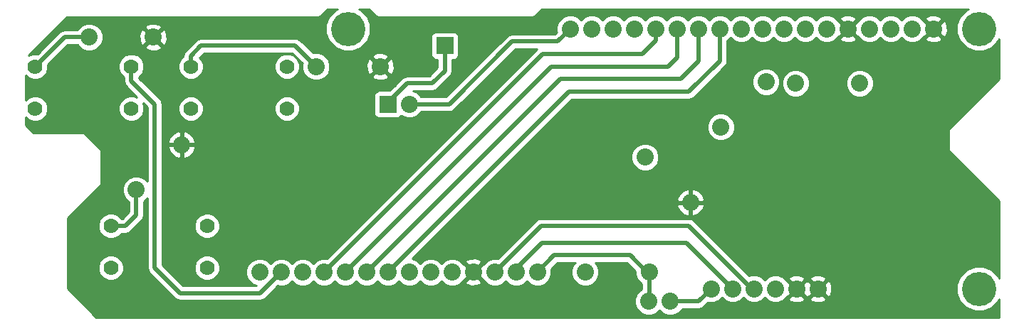
<source format=gtl>
G04 #@! TF.FileFunction,Copper,L1,Top,Signal*
%FSLAX46Y46*%
G04 Gerber Fmt 4.6, Leading zero omitted, Abs format (unit mm)*
G04 Created by KiCad (PCBNEW 4.0.2-stable) date 05/06/2017 19:11:29*
%MOMM*%
G01*
G04 APERTURE LIST*
%ADD10C,0.150000*%
%ADD11C,2.032000*%
%ADD12C,1.778000*%
%ADD13C,4.064000*%
%ADD14R,2.032000X2.032000*%
%ADD15C,0.500000*%
%ADD16C,0.254000*%
G04 APERTURE END LIST*
D10*
D11*
X124590000Y-17000000D03*
X122050000Y-17000000D03*
X119510000Y-17000000D03*
X116970000Y-17000000D03*
X114430000Y-17000000D03*
X111890000Y-17000000D03*
X109350000Y-17000000D03*
X106810000Y-17000000D03*
X104270000Y-17000000D03*
X101730000Y-17000000D03*
X99190000Y-17000000D03*
X96650000Y-17000000D03*
X94110000Y-17000000D03*
X91570000Y-17000000D03*
X89030000Y-17000000D03*
X86490000Y-17000000D03*
X83950000Y-17000000D03*
X81410000Y-17000000D03*
D12*
X36285000Y-21500000D03*
X47715000Y-21500000D03*
X36285000Y-26500000D03*
X47715000Y-26500000D03*
X17785000Y-21500000D03*
X29215000Y-21500000D03*
X17785000Y-26500000D03*
X29215000Y-26500000D03*
X26785000Y-45500000D03*
X38215000Y-45500000D03*
X26785000Y-40500000D03*
X38215000Y-40500000D03*
D11*
X90305923Y-32305923D03*
X95694077Y-37694077D03*
X104694077Y-23305923D03*
X99305923Y-28694077D03*
X115810000Y-23500000D03*
X108190000Y-23500000D03*
X58810000Y-21500000D03*
X51190000Y-21500000D03*
X31810000Y-18000000D03*
X24190000Y-18000000D03*
X35194077Y-30805923D03*
X29805923Y-36194077D03*
D13*
X55000000Y-17000000D03*
X130000000Y-17000000D03*
X130000000Y-48000000D03*
D11*
X110850000Y-48000000D03*
X108310000Y-48000000D03*
X105770000Y-48000000D03*
X103230000Y-48000000D03*
X100690000Y-48000000D03*
X98150000Y-48000000D03*
D14*
X59730000Y-26000000D03*
D11*
X62270000Y-26000000D03*
D14*
X66500000Y-19000000D03*
D11*
X77510000Y-46000000D03*
X74970000Y-46000000D03*
X72430000Y-46000000D03*
X69890000Y-46000000D03*
X67350000Y-46000000D03*
X64810000Y-46000000D03*
X62270000Y-46000000D03*
X59730000Y-46000000D03*
X57190000Y-46000000D03*
X54650000Y-46000000D03*
X52110000Y-46000000D03*
X49570000Y-46000000D03*
X47030000Y-46000000D03*
X44490000Y-46000000D03*
X83190000Y-46000000D03*
X90810000Y-46000000D03*
X90730000Y-49500000D03*
X93270000Y-49500000D03*
D15*
X91570000Y-17000000D02*
X91570000Y-18430000D01*
X78110000Y-20000000D02*
X52110000Y-46000000D01*
X90000000Y-20000000D02*
X78110000Y-20000000D01*
X91570000Y-18430000D02*
X90000000Y-20000000D01*
X94110000Y-17000000D02*
X94110000Y-20390000D01*
X79150000Y-21500000D02*
X54650000Y-46000000D01*
X93000000Y-21500000D02*
X79150000Y-21500000D01*
X94110000Y-20390000D02*
X93000000Y-21500000D01*
X96650000Y-17000000D02*
X96650000Y-20850000D01*
X80190000Y-23000000D02*
X57190000Y-46000000D01*
X94500000Y-23000000D02*
X80190000Y-23000000D01*
X96650000Y-20850000D02*
X94500000Y-23000000D01*
X99190000Y-17000000D02*
X99190000Y-20810000D01*
X81230000Y-24500000D02*
X59730000Y-46000000D01*
X95500000Y-24500000D02*
X81230000Y-24500000D01*
X99190000Y-20810000D02*
X95500000Y-24500000D01*
X29215000Y-21500000D02*
X29215000Y-23215000D01*
X44530000Y-48500000D02*
X47030000Y-46000000D01*
X35000000Y-48500000D02*
X44530000Y-48500000D01*
X32000000Y-45500000D02*
X35000000Y-48500000D01*
X32000000Y-26000000D02*
X32000000Y-45500000D01*
X29215000Y-23215000D02*
X32000000Y-26000000D01*
X62270000Y-26000000D02*
X67000000Y-26000000D01*
X79910000Y-18500000D02*
X81410000Y-17000000D01*
X74500000Y-18500000D02*
X79910000Y-18500000D01*
X67000000Y-26000000D02*
X74500000Y-18500000D01*
X93270000Y-49500000D02*
X96650000Y-49500000D01*
X96650000Y-49500000D02*
X98150000Y-48000000D01*
X90810000Y-46000000D02*
X90810000Y-49420000D01*
X90810000Y-49420000D02*
X90730000Y-49500000D01*
X90810000Y-46000000D02*
X90500000Y-46000000D01*
X79510000Y-44000000D02*
X77510000Y-46000000D01*
X88500000Y-44000000D02*
X79510000Y-44000000D01*
X90500000Y-46000000D02*
X88500000Y-44000000D01*
X74970000Y-46000000D02*
X74970000Y-45530000D01*
X95190000Y-42500000D02*
X100690000Y-48000000D01*
X78000000Y-42500000D02*
X95190000Y-42500000D01*
X74970000Y-45530000D02*
X78000000Y-42500000D01*
X103230000Y-48000000D02*
X103000000Y-48000000D01*
X77930000Y-40500000D02*
X72430000Y-46000000D01*
X95500000Y-40500000D02*
X77930000Y-40500000D01*
X103000000Y-48000000D02*
X95500000Y-40500000D01*
X59730000Y-26000000D02*
X59730000Y-25770000D01*
X66500000Y-22000000D02*
X66500000Y-19000000D01*
X65000000Y-23500000D02*
X66500000Y-22000000D01*
X62000000Y-23500000D02*
X65000000Y-23500000D01*
X59730000Y-25770000D02*
X62000000Y-23500000D01*
X29805923Y-36194077D02*
X29805923Y-39194077D01*
X28500000Y-40500000D02*
X26785000Y-40500000D01*
X29805923Y-39194077D02*
X28500000Y-40500000D01*
X36285000Y-21500000D02*
X36285000Y-20215000D01*
X48690000Y-19000000D02*
X51190000Y-21500000D01*
X37500000Y-19000000D02*
X48690000Y-19000000D01*
X36285000Y-20215000D02*
X37500000Y-19000000D01*
X24190000Y-18000000D02*
X21285000Y-18000000D01*
X21285000Y-18000000D02*
X17785000Y-21500000D01*
D16*
G36*
X132373000Y-51373000D02*
X126251816Y-51373000D01*
X126251816Y-17268358D01*
X126228014Y-16611981D01*
X126022622Y-16116120D01*
X125754107Y-16015498D01*
X125574502Y-16195103D01*
X125574502Y-15835893D01*
X125473880Y-15567378D01*
X124858358Y-15338184D01*
X124201981Y-15361986D01*
X123706120Y-15567378D01*
X123605498Y-15835893D01*
X124590000Y-16820395D01*
X125574502Y-15835893D01*
X125574502Y-16195103D01*
X124769605Y-17000000D01*
X125754107Y-17984502D01*
X126022622Y-17883880D01*
X126251816Y-17268358D01*
X126251816Y-51373000D01*
X125574502Y-51373000D01*
X125574502Y-18164107D01*
X124590000Y-17179605D01*
X124410395Y-17359210D01*
X124410395Y-17000000D01*
X123425893Y-16015498D01*
X123407083Y-16022546D01*
X122986437Y-15601166D01*
X122379845Y-15349287D01*
X121723037Y-15348714D01*
X121116005Y-15599534D01*
X120779821Y-15935132D01*
X120446437Y-15601166D01*
X119839845Y-15349287D01*
X119183037Y-15348714D01*
X118576005Y-15599534D01*
X118239821Y-15935132D01*
X117906437Y-15601166D01*
X117299845Y-15349287D01*
X116643037Y-15348714D01*
X116036005Y-15599534D01*
X115612434Y-16022366D01*
X115594107Y-16015498D01*
X115414502Y-16195103D01*
X115414502Y-15835893D01*
X115313880Y-15567378D01*
X114698358Y-15338184D01*
X114041981Y-15361986D01*
X113546120Y-15567378D01*
X113445498Y-15835893D01*
X114430000Y-16820395D01*
X115414502Y-15835893D01*
X115414502Y-16195103D01*
X114609605Y-17000000D01*
X115594107Y-17984502D01*
X115612916Y-17977453D01*
X116033563Y-18398834D01*
X116640155Y-18650713D01*
X117296963Y-18651286D01*
X117903995Y-18400466D01*
X118240178Y-18064867D01*
X118573563Y-18398834D01*
X119180155Y-18650713D01*
X119836963Y-18651286D01*
X120443995Y-18400466D01*
X120780178Y-18064867D01*
X121113563Y-18398834D01*
X121720155Y-18650713D01*
X122376963Y-18651286D01*
X122983995Y-18400466D01*
X123407565Y-17977633D01*
X123425893Y-17984502D01*
X124410395Y-17000000D01*
X124410395Y-17359210D01*
X123605498Y-18164107D01*
X123706120Y-18432622D01*
X124321642Y-18661816D01*
X124978019Y-18638014D01*
X125473880Y-18432622D01*
X125574502Y-18164107D01*
X125574502Y-51373000D01*
X117461286Y-51373000D01*
X117461286Y-23173037D01*
X117210466Y-22566005D01*
X116746437Y-22101166D01*
X116139845Y-21849287D01*
X115483037Y-21848714D01*
X115414502Y-21877032D01*
X115414502Y-18164107D01*
X114430000Y-17179605D01*
X114250395Y-17359210D01*
X114250395Y-17000000D01*
X113265893Y-16015498D01*
X113247083Y-16022546D01*
X112826437Y-15601166D01*
X112219845Y-15349287D01*
X111563037Y-15348714D01*
X110956005Y-15599534D01*
X110619821Y-15935132D01*
X110286437Y-15601166D01*
X109679845Y-15349287D01*
X109023037Y-15348714D01*
X108416005Y-15599534D01*
X108079821Y-15935132D01*
X107746437Y-15601166D01*
X107139845Y-15349287D01*
X106483037Y-15348714D01*
X105876005Y-15599534D01*
X105539821Y-15935132D01*
X105206437Y-15601166D01*
X104599845Y-15349287D01*
X103943037Y-15348714D01*
X103336005Y-15599534D01*
X102999821Y-15935132D01*
X102666437Y-15601166D01*
X102059845Y-15349287D01*
X101403037Y-15348714D01*
X100796005Y-15599534D01*
X100459821Y-15935132D01*
X100126437Y-15601166D01*
X99519845Y-15349287D01*
X98863037Y-15348714D01*
X98256005Y-15599534D01*
X97919821Y-15935132D01*
X97586437Y-15601166D01*
X96979845Y-15349287D01*
X96323037Y-15348714D01*
X95716005Y-15599534D01*
X95379821Y-15935132D01*
X95046437Y-15601166D01*
X94439845Y-15349287D01*
X93783037Y-15348714D01*
X93176005Y-15599534D01*
X92839821Y-15935132D01*
X92506437Y-15601166D01*
X91899845Y-15349287D01*
X91243037Y-15348714D01*
X90636005Y-15599534D01*
X90299821Y-15935132D01*
X89966437Y-15601166D01*
X89359845Y-15349287D01*
X88703037Y-15348714D01*
X88096005Y-15599534D01*
X87759821Y-15935132D01*
X87426437Y-15601166D01*
X86819845Y-15349287D01*
X86163037Y-15348714D01*
X85556005Y-15599534D01*
X85219821Y-15935132D01*
X84886437Y-15601166D01*
X84279845Y-15349287D01*
X83623037Y-15348714D01*
X83016005Y-15599534D01*
X82679821Y-15935132D01*
X82346437Y-15601166D01*
X81739845Y-15349287D01*
X81083037Y-15348714D01*
X80476005Y-15599534D01*
X80011166Y-16063563D01*
X79759287Y-16670155D01*
X79758714Y-17326963D01*
X79779982Y-17378437D01*
X79543420Y-17615000D01*
X74500000Y-17615000D01*
X74499999Y-17615000D01*
X74161325Y-17682367D01*
X73874210Y-17874210D01*
X73874207Y-17874213D01*
X66633420Y-25115000D01*
X63690710Y-25115000D01*
X63670466Y-25066005D01*
X63206437Y-24601166D01*
X62685851Y-24385000D01*
X64999994Y-24385000D01*
X65000000Y-24385001D01*
X65000000Y-24385000D01*
X65282484Y-24328810D01*
X65338674Y-24317633D01*
X65338675Y-24317633D01*
X65625790Y-24125790D01*
X67125786Y-22625792D01*
X67125789Y-22625790D01*
X67125790Y-22625790D01*
X67317633Y-22338675D01*
X67385000Y-22000000D01*
X67385000Y-20651110D01*
X67641755Y-20651110D01*
X67875229Y-20554641D01*
X68054013Y-20376168D01*
X68150889Y-20142864D01*
X68151110Y-19890245D01*
X68151110Y-17858245D01*
X68054641Y-17624771D01*
X67876168Y-17445987D01*
X67642864Y-17349111D01*
X67390245Y-17348890D01*
X65358245Y-17348890D01*
X65124771Y-17445359D01*
X64945987Y-17623832D01*
X64849111Y-17857136D01*
X64848890Y-18109755D01*
X64848890Y-20141755D01*
X64945359Y-20375229D01*
X65123832Y-20554013D01*
X65357136Y-20650889D01*
X65609755Y-20651110D01*
X65615000Y-20651110D01*
X65615000Y-21633420D01*
X64633420Y-22615000D01*
X62000000Y-22615000D01*
X61999999Y-22615000D01*
X61661325Y-22682367D01*
X61374210Y-22874210D01*
X61374207Y-22874213D01*
X60471816Y-23776604D01*
X60471816Y-21768358D01*
X60448014Y-21111981D01*
X60242622Y-20616120D01*
X59974107Y-20515498D01*
X59794502Y-20695103D01*
X59794502Y-20335893D01*
X59693880Y-20067378D01*
X59078358Y-19838184D01*
X58421981Y-19861986D01*
X57926120Y-20067378D01*
X57825498Y-20335893D01*
X58810000Y-21320395D01*
X59794502Y-20335893D01*
X59794502Y-20695103D01*
X58989605Y-21500000D01*
X59974107Y-22484502D01*
X60242622Y-22383880D01*
X60471816Y-21768358D01*
X60471816Y-23776604D01*
X59899530Y-24348890D01*
X59794502Y-24348890D01*
X59794502Y-22664107D01*
X58810000Y-21679605D01*
X58630395Y-21859210D01*
X58630395Y-21500000D01*
X57645893Y-20515498D01*
X57377378Y-20616120D01*
X57148184Y-21231642D01*
X57171986Y-21888019D01*
X57377378Y-22383880D01*
X57645893Y-22484502D01*
X58630395Y-21500000D01*
X58630395Y-21859210D01*
X57825498Y-22664107D01*
X57926120Y-22932622D01*
X58541642Y-23161816D01*
X59198019Y-23138014D01*
X59693880Y-22932622D01*
X59794502Y-22664107D01*
X59794502Y-24348890D01*
X58588245Y-24348890D01*
X58354771Y-24445359D01*
X58175987Y-24623832D01*
X58079111Y-24857136D01*
X58078890Y-25109755D01*
X58078890Y-27141755D01*
X58175359Y-27375229D01*
X58353832Y-27554013D01*
X58587136Y-27650889D01*
X58839755Y-27651110D01*
X60871755Y-27651110D01*
X61105229Y-27554641D01*
X61284013Y-27376168D01*
X61291922Y-27357120D01*
X61333563Y-27398834D01*
X61940155Y-27650713D01*
X62596963Y-27651286D01*
X63203995Y-27400466D01*
X63668834Y-26936437D01*
X63690192Y-26885000D01*
X66999994Y-26885000D01*
X67000000Y-26885001D01*
X67000000Y-26885000D01*
X67282484Y-26828810D01*
X67338674Y-26817633D01*
X67338675Y-26817633D01*
X67625790Y-26625790D01*
X74866579Y-19385000D01*
X77473420Y-19385000D01*
X52841286Y-44017133D01*
X52841286Y-21173037D01*
X52590466Y-20566005D01*
X52126437Y-20101166D01*
X51519845Y-19849287D01*
X50863037Y-19848714D01*
X50811562Y-19869982D01*
X49315790Y-18374210D01*
X49028675Y-18182367D01*
X48972484Y-18171189D01*
X48690000Y-18114999D01*
X48689994Y-18115000D01*
X37500000Y-18115000D01*
X37161325Y-18182367D01*
X36874210Y-18374210D01*
X36874207Y-18374213D01*
X35659210Y-19589210D01*
X35467367Y-19876325D01*
X35456189Y-19932515D01*
X35399999Y-20215000D01*
X35400000Y-20215005D01*
X35400000Y-20230075D01*
X34993770Y-20635597D01*
X34761266Y-21195528D01*
X34760737Y-21801812D01*
X34992263Y-22362148D01*
X35420597Y-22791230D01*
X35980528Y-23023734D01*
X36586812Y-23024263D01*
X37147148Y-22792737D01*
X37576230Y-22364403D01*
X37808734Y-21804472D01*
X37809263Y-21198188D01*
X37577737Y-20637852D01*
X37345934Y-20405644D01*
X37866579Y-19885000D01*
X48323420Y-19885000D01*
X49559616Y-21121195D01*
X49539287Y-21170155D01*
X49538714Y-21826963D01*
X49789534Y-22433995D01*
X50253563Y-22898834D01*
X50860155Y-23150713D01*
X51516963Y-23151286D01*
X52123995Y-22900466D01*
X52588834Y-22436437D01*
X52840713Y-21829845D01*
X52841286Y-21173037D01*
X52841286Y-44017133D01*
X52488803Y-44369616D01*
X52439845Y-44349287D01*
X51783037Y-44348714D01*
X51176005Y-44599534D01*
X50839821Y-44935132D01*
X50506437Y-44601166D01*
X49899845Y-44349287D01*
X49243037Y-44348714D01*
X49239263Y-44350273D01*
X49239263Y-26198188D01*
X49239263Y-21198188D01*
X49007737Y-20637852D01*
X48579403Y-20208770D01*
X48019472Y-19976266D01*
X47413188Y-19975737D01*
X46852852Y-20207263D01*
X46423770Y-20635597D01*
X46191266Y-21195528D01*
X46190737Y-21801812D01*
X46422263Y-22362148D01*
X46850597Y-22791230D01*
X47410528Y-23023734D01*
X48016812Y-23024263D01*
X48577148Y-22792737D01*
X49006230Y-22364403D01*
X49238734Y-21804472D01*
X49239263Y-21198188D01*
X49239263Y-26198188D01*
X49007737Y-25637852D01*
X48579403Y-25208770D01*
X48019472Y-24976266D01*
X47413188Y-24975737D01*
X46852852Y-25207263D01*
X46423770Y-25635597D01*
X46191266Y-26195528D01*
X46190737Y-26801812D01*
X46422263Y-27362148D01*
X46850597Y-27791230D01*
X47410528Y-28023734D01*
X48016812Y-28024263D01*
X48577148Y-27792737D01*
X49006230Y-27364403D01*
X49238734Y-26804472D01*
X49239263Y-26198188D01*
X49239263Y-44350273D01*
X48636005Y-44599534D01*
X48299821Y-44935132D01*
X47966437Y-44601166D01*
X47359845Y-44349287D01*
X46703037Y-44348714D01*
X46096005Y-44599534D01*
X45759821Y-44935132D01*
X45426437Y-44601166D01*
X44819845Y-44349287D01*
X44163037Y-44348714D01*
X43556005Y-44599534D01*
X43091166Y-45063563D01*
X42839287Y-45670155D01*
X42838714Y-46326963D01*
X43089534Y-46933995D01*
X43553563Y-47398834D01*
X44074148Y-47615000D01*
X39739263Y-47615000D01*
X39739263Y-45198188D01*
X39739263Y-40198188D01*
X39507737Y-39637852D01*
X39079403Y-39208770D01*
X38519472Y-38976266D01*
X37913188Y-38975737D01*
X37809263Y-39018677D01*
X37809263Y-26198188D01*
X37577737Y-25637852D01*
X37149403Y-25208770D01*
X36589472Y-24976266D01*
X35983188Y-24975737D01*
X35422852Y-25207263D01*
X34993770Y-25635597D01*
X34761266Y-26195528D01*
X34760737Y-26801812D01*
X34992263Y-27362148D01*
X35420597Y-27791230D01*
X35980528Y-28023734D01*
X36586812Y-28024263D01*
X37147148Y-27792737D01*
X37576230Y-27364403D01*
X37808734Y-26804472D01*
X37809263Y-26198188D01*
X37809263Y-39018677D01*
X37352852Y-39207263D01*
X36923770Y-39635597D01*
X36832091Y-39856384D01*
X36832091Y-31193942D01*
X36832091Y-30417904D01*
X36558916Y-29820599D01*
X36077957Y-29373301D01*
X35582096Y-29167909D01*
X35321077Y-29286627D01*
X35321077Y-30678923D01*
X36713373Y-30678923D01*
X36832091Y-30417904D01*
X36832091Y-31193942D01*
X36713373Y-30932923D01*
X35321077Y-30932923D01*
X35321077Y-32325219D01*
X35582096Y-32443937D01*
X36179401Y-32170762D01*
X36626699Y-31689803D01*
X36832091Y-31193942D01*
X36832091Y-39856384D01*
X36691266Y-40195528D01*
X36690737Y-40801812D01*
X36922263Y-41362148D01*
X37350597Y-41791230D01*
X37910528Y-42023734D01*
X38516812Y-42024263D01*
X39077148Y-41792737D01*
X39506230Y-41364403D01*
X39738734Y-40804472D01*
X39739263Y-40198188D01*
X39739263Y-45198188D01*
X39507737Y-44637852D01*
X39079403Y-44208770D01*
X38519472Y-43976266D01*
X37913188Y-43975737D01*
X37352852Y-44207263D01*
X36923770Y-44635597D01*
X36691266Y-45195528D01*
X36690737Y-45801812D01*
X36922263Y-46362148D01*
X37350597Y-46791230D01*
X37910528Y-47023734D01*
X38516812Y-47024263D01*
X39077148Y-46792737D01*
X39506230Y-46364403D01*
X39738734Y-45804472D01*
X39739263Y-45198188D01*
X39739263Y-47615000D01*
X35366579Y-47615000D01*
X35067077Y-47315497D01*
X35067077Y-32325219D01*
X35067077Y-30932923D01*
X35067077Y-30678923D01*
X35067077Y-29286627D01*
X34806058Y-29167909D01*
X34208753Y-29441084D01*
X33761455Y-29922043D01*
X33556063Y-30417904D01*
X33674781Y-30678923D01*
X35067077Y-30678923D01*
X35067077Y-30932923D01*
X33674781Y-30932923D01*
X33556063Y-31193942D01*
X33829238Y-31791247D01*
X34310197Y-32238545D01*
X34806058Y-32443937D01*
X35067077Y-32325219D01*
X35067077Y-47315497D01*
X33471816Y-45720236D01*
X33471816Y-18268358D01*
X33448014Y-17611981D01*
X33242622Y-17116120D01*
X32974107Y-17015498D01*
X32794502Y-17195103D01*
X32794502Y-16835893D01*
X32693880Y-16567378D01*
X32078358Y-16338184D01*
X31421981Y-16361986D01*
X30926120Y-16567378D01*
X30825498Y-16835893D01*
X31810000Y-17820395D01*
X32794502Y-16835893D01*
X32794502Y-17195103D01*
X31989605Y-18000000D01*
X32974107Y-18984502D01*
X33242622Y-18883880D01*
X33471816Y-18268358D01*
X33471816Y-45720236D01*
X32885000Y-45133420D01*
X32885000Y-26000000D01*
X32884999Y-25999999D01*
X32885000Y-25999999D01*
X32817633Y-25661325D01*
X32794502Y-25626706D01*
X32794502Y-19164107D01*
X31810000Y-18179605D01*
X31630395Y-18359210D01*
X31630395Y-18000000D01*
X30645893Y-17015498D01*
X30377378Y-17116120D01*
X30148184Y-17731642D01*
X30171986Y-18388019D01*
X30377378Y-18883880D01*
X30645893Y-18984502D01*
X31630395Y-18000000D01*
X31630395Y-18359210D01*
X30825498Y-19164107D01*
X30926120Y-19432622D01*
X31541642Y-19661816D01*
X32198019Y-19638014D01*
X32693880Y-19432622D01*
X32794502Y-19164107D01*
X32794502Y-25626706D01*
X32625790Y-25374210D01*
X32625786Y-25374207D01*
X30100000Y-22848420D01*
X30100000Y-22769924D01*
X30506230Y-22364403D01*
X30738734Y-21804472D01*
X30739263Y-21198188D01*
X30507737Y-20637852D01*
X30079403Y-20208770D01*
X29519472Y-19976266D01*
X28913188Y-19975737D01*
X28352852Y-20207263D01*
X27923770Y-20635597D01*
X27691266Y-21195528D01*
X27690737Y-21801812D01*
X27922263Y-22362148D01*
X28330000Y-22770597D01*
X28330000Y-23214994D01*
X28329999Y-23215000D01*
X28386189Y-23497484D01*
X28397367Y-23553675D01*
X28589210Y-23840790D01*
X29870408Y-25121987D01*
X29519472Y-24976266D01*
X28913188Y-24975737D01*
X28352852Y-25207263D01*
X27923770Y-25635597D01*
X27691266Y-26195528D01*
X27690737Y-26801812D01*
X27922263Y-27362148D01*
X28350597Y-27791230D01*
X28910528Y-28023734D01*
X29516812Y-28024263D01*
X30077148Y-27792737D01*
X30506230Y-27364403D01*
X30738734Y-26804472D01*
X30739263Y-26198188D01*
X30593264Y-25844843D01*
X31115000Y-26366579D01*
X31115000Y-35168533D01*
X30742360Y-34795243D01*
X30135768Y-34543364D01*
X29478960Y-34542791D01*
X28871928Y-34793611D01*
X28407089Y-35257640D01*
X28155210Y-35864232D01*
X28154637Y-36521040D01*
X28405457Y-37128072D01*
X28869486Y-37592911D01*
X28920923Y-37614269D01*
X28920923Y-38827497D01*
X28133420Y-39615000D01*
X28054924Y-39615000D01*
X27649403Y-39208770D01*
X27089472Y-38976266D01*
X26483188Y-38975737D01*
X25922852Y-39207263D01*
X25493770Y-39635597D01*
X25261266Y-40195528D01*
X25260737Y-40801812D01*
X25492263Y-41362148D01*
X25920597Y-41791230D01*
X26480528Y-42023734D01*
X27086812Y-42024263D01*
X27647148Y-41792737D01*
X28055597Y-41385000D01*
X28499994Y-41385000D01*
X28500000Y-41385001D01*
X28500000Y-41385000D01*
X28782484Y-41328810D01*
X28838674Y-41317633D01*
X28838675Y-41317633D01*
X29125790Y-41125790D01*
X30431709Y-39819869D01*
X30431712Y-39819867D01*
X30431713Y-39819867D01*
X30623556Y-39532752D01*
X30623556Y-39532751D01*
X30634733Y-39476561D01*
X30690923Y-39194077D01*
X30690924Y-39194077D01*
X30690923Y-39194071D01*
X30690923Y-37614787D01*
X30739918Y-37594543D01*
X31115000Y-37220114D01*
X31115000Y-45499994D01*
X31114999Y-45500000D01*
X31171189Y-45782484D01*
X31182367Y-45838675D01*
X31374210Y-46125790D01*
X34374207Y-49125786D01*
X34374210Y-49125790D01*
X34661325Y-49317633D01*
X35000000Y-49385000D01*
X44529994Y-49385000D01*
X44530000Y-49385001D01*
X44530000Y-49385000D01*
X44812484Y-49328810D01*
X44868674Y-49317633D01*
X44868675Y-49317633D01*
X45155790Y-49125790D01*
X46651195Y-47630383D01*
X46700155Y-47650713D01*
X47356963Y-47651286D01*
X47963995Y-47400466D01*
X48300178Y-47064867D01*
X48633563Y-47398834D01*
X49240155Y-47650713D01*
X49896963Y-47651286D01*
X50503995Y-47400466D01*
X50840178Y-47064867D01*
X51173563Y-47398834D01*
X51780155Y-47650713D01*
X52436963Y-47651286D01*
X53043995Y-47400466D01*
X53380178Y-47064867D01*
X53713563Y-47398834D01*
X54320155Y-47650713D01*
X54976963Y-47651286D01*
X55583995Y-47400466D01*
X55920178Y-47064867D01*
X56253563Y-47398834D01*
X56860155Y-47650713D01*
X57516963Y-47651286D01*
X58123995Y-47400466D01*
X58460178Y-47064867D01*
X58793563Y-47398834D01*
X59400155Y-47650713D01*
X60056963Y-47651286D01*
X60663995Y-47400466D01*
X61000178Y-47064867D01*
X61333563Y-47398834D01*
X61940155Y-47650713D01*
X62596963Y-47651286D01*
X63203995Y-47400466D01*
X63540178Y-47064867D01*
X63873563Y-47398834D01*
X64480155Y-47650713D01*
X65136963Y-47651286D01*
X65743995Y-47400466D01*
X66080178Y-47064867D01*
X66413563Y-47398834D01*
X67020155Y-47650713D01*
X67676963Y-47651286D01*
X68283995Y-47400466D01*
X68707565Y-46977633D01*
X68725893Y-46984502D01*
X69710395Y-46000000D01*
X68725893Y-45015498D01*
X68707083Y-45022546D01*
X68286437Y-44601166D01*
X67679845Y-44349287D01*
X67023037Y-44348714D01*
X66416005Y-44599534D01*
X66079821Y-44935132D01*
X65746437Y-44601166D01*
X65139845Y-44349287D01*
X64483037Y-44348714D01*
X63876005Y-44599534D01*
X63539821Y-44935132D01*
X63206437Y-44601166D01*
X62622772Y-44358807D01*
X81596579Y-25385000D01*
X95499994Y-25385000D01*
X95500000Y-25385001D01*
X95500000Y-25385000D01*
X95782484Y-25328810D01*
X95838674Y-25317633D01*
X95838675Y-25317633D01*
X96125790Y-25125790D01*
X99815786Y-21435792D01*
X99815789Y-21435790D01*
X99815790Y-21435790D01*
X100007633Y-21148675D01*
X100007633Y-21148674D01*
X100018810Y-21092484D01*
X100075000Y-20810000D01*
X100075001Y-20810000D01*
X100075000Y-20809994D01*
X100075000Y-18420710D01*
X100123995Y-18400466D01*
X100460178Y-18064867D01*
X100793563Y-18398834D01*
X101400155Y-18650713D01*
X102056963Y-18651286D01*
X102663995Y-18400466D01*
X103000178Y-18064867D01*
X103333563Y-18398834D01*
X103940155Y-18650713D01*
X104596963Y-18651286D01*
X105203995Y-18400466D01*
X105540178Y-18064867D01*
X105873563Y-18398834D01*
X106480155Y-18650713D01*
X107136963Y-18651286D01*
X107743995Y-18400466D01*
X108080178Y-18064867D01*
X108413563Y-18398834D01*
X109020155Y-18650713D01*
X109676963Y-18651286D01*
X110283995Y-18400466D01*
X110620178Y-18064867D01*
X110953563Y-18398834D01*
X111560155Y-18650713D01*
X112216963Y-18651286D01*
X112823995Y-18400466D01*
X113247565Y-17977633D01*
X113265893Y-17984502D01*
X114250395Y-17000000D01*
X114250395Y-17359210D01*
X113445498Y-18164107D01*
X113546120Y-18432622D01*
X114161642Y-18661816D01*
X114818019Y-18638014D01*
X115313880Y-18432622D01*
X115414502Y-18164107D01*
X115414502Y-21877032D01*
X114876005Y-22099534D01*
X114411166Y-22563563D01*
X114159287Y-23170155D01*
X114158714Y-23826963D01*
X114409534Y-24433995D01*
X114873563Y-24898834D01*
X115480155Y-25150713D01*
X116136963Y-25151286D01*
X116743995Y-24900466D01*
X117208834Y-24436437D01*
X117460713Y-23829845D01*
X117461286Y-23173037D01*
X117461286Y-51373000D01*
X112511816Y-51373000D01*
X112511816Y-48268358D01*
X112488014Y-47611981D01*
X112282622Y-47116120D01*
X112014107Y-47015498D01*
X111834502Y-47195103D01*
X111834502Y-46835893D01*
X111733880Y-46567378D01*
X111118358Y-46338184D01*
X110461981Y-46361986D01*
X109966120Y-46567378D01*
X109865498Y-46835893D01*
X110850000Y-47820395D01*
X111834502Y-46835893D01*
X111834502Y-47195103D01*
X111029605Y-48000000D01*
X112014107Y-48984502D01*
X112282622Y-48883880D01*
X112511816Y-48268358D01*
X112511816Y-51373000D01*
X111834502Y-51373000D01*
X111834502Y-49164107D01*
X110850000Y-48179605D01*
X110670395Y-48359210D01*
X110670395Y-48000000D01*
X109841286Y-47170891D01*
X109841286Y-23173037D01*
X109590466Y-22566005D01*
X109126437Y-22101166D01*
X108519845Y-21849287D01*
X107863037Y-21848714D01*
X107256005Y-22099534D01*
X106791166Y-22563563D01*
X106539287Y-23170155D01*
X106538714Y-23826963D01*
X106789534Y-24433995D01*
X107253563Y-24898834D01*
X107860155Y-25150713D01*
X108516963Y-25151286D01*
X109123995Y-24900466D01*
X109588834Y-24436437D01*
X109840713Y-23829845D01*
X109841286Y-23173037D01*
X109841286Y-47170891D01*
X109685893Y-47015498D01*
X109580000Y-47055179D01*
X109474107Y-47015498D01*
X109294502Y-47195103D01*
X109294502Y-46835893D01*
X109193880Y-46567378D01*
X108578358Y-46338184D01*
X107921981Y-46361986D01*
X107426120Y-46567378D01*
X107325498Y-46835893D01*
X108310000Y-47820395D01*
X109294502Y-46835893D01*
X109294502Y-47195103D01*
X108489605Y-48000000D01*
X109474107Y-48984502D01*
X109580000Y-48944820D01*
X109685893Y-48984502D01*
X110670395Y-48000000D01*
X110670395Y-48359210D01*
X109865498Y-49164107D01*
X109966120Y-49432622D01*
X110581642Y-49661816D01*
X111238019Y-49638014D01*
X111733880Y-49432622D01*
X111834502Y-49164107D01*
X111834502Y-51373000D01*
X109294502Y-51373000D01*
X109294502Y-49164107D01*
X108310000Y-48179605D01*
X108130395Y-48359210D01*
X108130395Y-48000000D01*
X107145893Y-47015498D01*
X107127083Y-47022546D01*
X106706437Y-46601166D01*
X106345363Y-46451234D01*
X106345363Y-22978960D01*
X106094543Y-22371928D01*
X105630514Y-21907089D01*
X105023922Y-21655210D01*
X104367114Y-21654637D01*
X103760082Y-21905457D01*
X103295243Y-22369486D01*
X103043364Y-22976078D01*
X103042791Y-23632886D01*
X103293611Y-24239918D01*
X103757640Y-24704757D01*
X104364232Y-24956636D01*
X105021040Y-24957209D01*
X105628072Y-24706389D01*
X106092911Y-24242360D01*
X106344790Y-23635768D01*
X106345363Y-22978960D01*
X106345363Y-46451234D01*
X106099845Y-46349287D01*
X105443037Y-46348714D01*
X104836005Y-46599534D01*
X104499821Y-46935132D01*
X104166437Y-46601166D01*
X103559845Y-46349287D01*
X102903037Y-46348714D01*
X102688809Y-46437230D01*
X100957209Y-44705629D01*
X100957209Y-28367114D01*
X100706389Y-27760082D01*
X100242360Y-27295243D01*
X99635768Y-27043364D01*
X98978960Y-27042791D01*
X98371928Y-27293611D01*
X97907089Y-27757640D01*
X97655210Y-28364232D01*
X97654637Y-29021040D01*
X97905457Y-29628072D01*
X98369486Y-30092911D01*
X98976078Y-30344790D01*
X99632886Y-30345363D01*
X100239918Y-30094543D01*
X100704757Y-29630514D01*
X100956636Y-29023922D01*
X100957209Y-28367114D01*
X100957209Y-44705629D01*
X97332091Y-41080511D01*
X97332091Y-38082096D01*
X97332091Y-37306058D01*
X97058916Y-36708753D01*
X96577957Y-36261455D01*
X96082096Y-36056063D01*
X95821077Y-36174781D01*
X95821077Y-37567077D01*
X97213373Y-37567077D01*
X97332091Y-37306058D01*
X97332091Y-38082096D01*
X97213373Y-37821077D01*
X95821077Y-37821077D01*
X95821077Y-39213373D01*
X96082096Y-39332091D01*
X96679401Y-39058916D01*
X97126699Y-38577957D01*
X97332091Y-38082096D01*
X97332091Y-41080511D01*
X96125790Y-39874210D01*
X95838675Y-39682367D01*
X95782484Y-39671189D01*
X95567077Y-39628341D01*
X95567077Y-39213373D01*
X95567077Y-37821077D01*
X95567077Y-37567077D01*
X95567077Y-36174781D01*
X95306058Y-36056063D01*
X94708753Y-36329238D01*
X94261455Y-36810197D01*
X94056063Y-37306058D01*
X94174781Y-37567077D01*
X95567077Y-37567077D01*
X95567077Y-37821077D01*
X94174781Y-37821077D01*
X94056063Y-38082096D01*
X94329238Y-38679401D01*
X94810197Y-39126699D01*
X95306058Y-39332091D01*
X95567077Y-39213373D01*
X95567077Y-39628341D01*
X95500000Y-39614999D01*
X95499994Y-39615000D01*
X91957209Y-39615000D01*
X91957209Y-31978960D01*
X91706389Y-31371928D01*
X91242360Y-30907089D01*
X90635768Y-30655210D01*
X89978960Y-30654637D01*
X89371928Y-30905457D01*
X88907089Y-31369486D01*
X88655210Y-31976078D01*
X88654637Y-32632886D01*
X88905457Y-33239918D01*
X89369486Y-33704757D01*
X89976078Y-33956636D01*
X90632886Y-33957209D01*
X91239918Y-33706389D01*
X91704757Y-33242360D01*
X91956636Y-32635768D01*
X91957209Y-31978960D01*
X91957209Y-39615000D01*
X77930000Y-39615000D01*
X77591325Y-39682367D01*
X77304210Y-39874210D01*
X77304207Y-39874213D01*
X72808803Y-44369616D01*
X72759845Y-44349287D01*
X72103037Y-44348714D01*
X71496005Y-44599534D01*
X71072434Y-45022366D01*
X71054107Y-45015498D01*
X70874502Y-45195103D01*
X70874502Y-44835893D01*
X70773880Y-44567378D01*
X70158358Y-44338184D01*
X69501981Y-44361986D01*
X69006120Y-44567378D01*
X68905498Y-44835893D01*
X69890000Y-45820395D01*
X70874502Y-44835893D01*
X70874502Y-45195103D01*
X70069605Y-46000000D01*
X71054107Y-46984502D01*
X71072916Y-46977453D01*
X71493563Y-47398834D01*
X72100155Y-47650713D01*
X72756963Y-47651286D01*
X73363995Y-47400466D01*
X73700178Y-47064867D01*
X74033563Y-47398834D01*
X74640155Y-47650713D01*
X75296963Y-47651286D01*
X75903995Y-47400466D01*
X76240178Y-47064867D01*
X76573563Y-47398834D01*
X77180155Y-47650713D01*
X77836963Y-47651286D01*
X78443995Y-47400466D01*
X78908834Y-46936437D01*
X79160713Y-46329845D01*
X79161286Y-45673037D01*
X79140017Y-45621562D01*
X79876579Y-44885000D01*
X81970040Y-44885000D01*
X81791166Y-45063563D01*
X81539287Y-45670155D01*
X81538714Y-46326963D01*
X81789534Y-46933995D01*
X82253563Y-47398834D01*
X82860155Y-47650713D01*
X83516963Y-47651286D01*
X84123995Y-47400466D01*
X84588834Y-46936437D01*
X84840713Y-46329845D01*
X84841286Y-45673037D01*
X84590466Y-45066005D01*
X84409776Y-44885000D01*
X88133420Y-44885000D01*
X89159077Y-45910656D01*
X89158714Y-46326963D01*
X89409534Y-46933995D01*
X89873563Y-47398834D01*
X89925000Y-47420192D01*
X89925000Y-48046234D01*
X89796005Y-48099534D01*
X89331166Y-48563563D01*
X89079287Y-49170155D01*
X89078714Y-49826963D01*
X89329534Y-50433995D01*
X89793563Y-50898834D01*
X90400155Y-51150713D01*
X91056963Y-51151286D01*
X91663995Y-50900466D01*
X92000178Y-50564867D01*
X92333563Y-50898834D01*
X92940155Y-51150713D01*
X93596963Y-51151286D01*
X94203995Y-50900466D01*
X94668834Y-50436437D01*
X94690192Y-50385000D01*
X96649994Y-50385000D01*
X96650000Y-50385001D01*
X96650000Y-50385000D01*
X96932484Y-50328810D01*
X96988674Y-50317633D01*
X96988675Y-50317633D01*
X97275790Y-50125790D01*
X97771196Y-49630383D01*
X97820155Y-49650713D01*
X98476963Y-49651286D01*
X99083995Y-49400466D01*
X99420178Y-49064867D01*
X99753563Y-49398834D01*
X100360155Y-49650713D01*
X101016963Y-49651286D01*
X101623995Y-49400466D01*
X101960178Y-49064867D01*
X102293563Y-49398834D01*
X102900155Y-49650713D01*
X103556963Y-49651286D01*
X104163995Y-49400466D01*
X104500178Y-49064867D01*
X104833563Y-49398834D01*
X105440155Y-49650713D01*
X106096963Y-49651286D01*
X106703995Y-49400466D01*
X107127565Y-48977633D01*
X107145893Y-48984502D01*
X108130395Y-48000000D01*
X108130395Y-48359210D01*
X107325498Y-49164107D01*
X107426120Y-49432622D01*
X108041642Y-49661816D01*
X108698019Y-49638014D01*
X109193880Y-49432622D01*
X109294502Y-49164107D01*
X109294502Y-51373000D01*
X70874502Y-51373000D01*
X70874502Y-47164107D01*
X69890000Y-46179605D01*
X68905498Y-47164107D01*
X69006120Y-47432622D01*
X69621642Y-47661816D01*
X70278019Y-47638014D01*
X70773880Y-47432622D01*
X70874502Y-47164107D01*
X70874502Y-51373000D01*
X28309263Y-51373000D01*
X28309263Y-45198188D01*
X28077737Y-44637852D01*
X27649403Y-44208770D01*
X27089472Y-43976266D01*
X26483188Y-43975737D01*
X25922852Y-44207263D01*
X25493770Y-44635597D01*
X25261266Y-45195528D01*
X25260737Y-45801812D01*
X25492263Y-46362148D01*
X25920597Y-46791230D01*
X26480528Y-47023734D01*
X27086812Y-47024263D01*
X27647148Y-46792737D01*
X28076230Y-46364403D01*
X28308734Y-45804472D01*
X28309263Y-45198188D01*
X28309263Y-51373000D01*
X25052605Y-51373000D01*
X21627000Y-47947395D01*
X21627000Y-39552605D01*
X25627000Y-35552605D01*
X25627000Y-31447395D01*
X23552605Y-29373000D01*
X17552605Y-29373000D01*
X16627000Y-28447395D01*
X16627000Y-27497120D01*
X16920597Y-27791230D01*
X17480528Y-28023734D01*
X18086812Y-28024263D01*
X18647148Y-27792737D01*
X19076230Y-27364403D01*
X19308734Y-26804472D01*
X19309263Y-26198188D01*
X19077737Y-25637852D01*
X18649403Y-25208770D01*
X18089472Y-24976266D01*
X17483188Y-24975737D01*
X16922852Y-25207263D01*
X16627000Y-25502599D01*
X16627000Y-22497120D01*
X16920597Y-22791230D01*
X17480528Y-23023734D01*
X18086812Y-23024263D01*
X18647148Y-22792737D01*
X19076230Y-22364403D01*
X19308734Y-21804472D01*
X19309237Y-21227342D01*
X21651579Y-18885000D01*
X22769289Y-18885000D01*
X22789534Y-18933995D01*
X23253563Y-19398834D01*
X23860155Y-19650713D01*
X24516963Y-19651286D01*
X25123995Y-19400466D01*
X25588834Y-18936437D01*
X25840713Y-18329845D01*
X25841286Y-17673037D01*
X25590466Y-17066005D01*
X25126437Y-16601166D01*
X24519845Y-16349287D01*
X23863037Y-16348714D01*
X23256005Y-16599534D01*
X22791166Y-17063563D01*
X22769807Y-17115000D01*
X21285000Y-17115000D01*
X20946325Y-17182367D01*
X20659210Y-17374210D01*
X20659207Y-17374213D01*
X18057182Y-19976237D01*
X17483188Y-19975737D01*
X17007189Y-20172415D01*
X21552605Y-15627000D01*
X51552605Y-15627000D01*
X52552605Y-14627000D01*
X53759178Y-14627000D01*
X53491240Y-14737710D01*
X52740346Y-15487294D01*
X52333465Y-16467174D01*
X52332539Y-17528172D01*
X52737710Y-18508760D01*
X53487294Y-19259654D01*
X54467174Y-19666535D01*
X55528172Y-19667461D01*
X56508760Y-19262290D01*
X57259654Y-18512706D01*
X57666535Y-17532826D01*
X57667461Y-16471828D01*
X57262290Y-15491240D01*
X56512706Y-14740346D01*
X56239738Y-14627000D01*
X57447395Y-14627000D01*
X58447395Y-15627000D01*
X77052605Y-15627000D01*
X78052605Y-14627000D01*
X128759178Y-14627000D01*
X128491240Y-14737710D01*
X127740346Y-15487294D01*
X127333465Y-16467174D01*
X127332539Y-17528172D01*
X127737710Y-18508760D01*
X128487294Y-19259654D01*
X129467174Y-19666535D01*
X130528172Y-19667461D01*
X131508760Y-19262290D01*
X132259654Y-18512706D01*
X132373000Y-18239738D01*
X132373000Y-22947395D01*
X126373000Y-28947395D01*
X126373000Y-31552605D01*
X132373000Y-37552605D01*
X132373000Y-46759178D01*
X132262290Y-46491240D01*
X131512706Y-45740346D01*
X130532826Y-45333465D01*
X129471828Y-45332539D01*
X128491240Y-45737710D01*
X127740346Y-46487294D01*
X127333465Y-47467174D01*
X127332539Y-48528172D01*
X127737710Y-49508760D01*
X128487294Y-50259654D01*
X129467174Y-50666535D01*
X130528172Y-50667461D01*
X131508760Y-50262290D01*
X132259654Y-49512706D01*
X132373000Y-49239738D01*
X132373000Y-51373000D01*
X132373000Y-51373000D01*
G37*
X132373000Y-51373000D02*
X126251816Y-51373000D01*
X126251816Y-17268358D01*
X126228014Y-16611981D01*
X126022622Y-16116120D01*
X125754107Y-16015498D01*
X125574502Y-16195103D01*
X125574502Y-15835893D01*
X125473880Y-15567378D01*
X124858358Y-15338184D01*
X124201981Y-15361986D01*
X123706120Y-15567378D01*
X123605498Y-15835893D01*
X124590000Y-16820395D01*
X125574502Y-15835893D01*
X125574502Y-16195103D01*
X124769605Y-17000000D01*
X125754107Y-17984502D01*
X126022622Y-17883880D01*
X126251816Y-17268358D01*
X126251816Y-51373000D01*
X125574502Y-51373000D01*
X125574502Y-18164107D01*
X124590000Y-17179605D01*
X124410395Y-17359210D01*
X124410395Y-17000000D01*
X123425893Y-16015498D01*
X123407083Y-16022546D01*
X122986437Y-15601166D01*
X122379845Y-15349287D01*
X121723037Y-15348714D01*
X121116005Y-15599534D01*
X120779821Y-15935132D01*
X120446437Y-15601166D01*
X119839845Y-15349287D01*
X119183037Y-15348714D01*
X118576005Y-15599534D01*
X118239821Y-15935132D01*
X117906437Y-15601166D01*
X117299845Y-15349287D01*
X116643037Y-15348714D01*
X116036005Y-15599534D01*
X115612434Y-16022366D01*
X115594107Y-16015498D01*
X115414502Y-16195103D01*
X115414502Y-15835893D01*
X115313880Y-15567378D01*
X114698358Y-15338184D01*
X114041981Y-15361986D01*
X113546120Y-15567378D01*
X113445498Y-15835893D01*
X114430000Y-16820395D01*
X115414502Y-15835893D01*
X115414502Y-16195103D01*
X114609605Y-17000000D01*
X115594107Y-17984502D01*
X115612916Y-17977453D01*
X116033563Y-18398834D01*
X116640155Y-18650713D01*
X117296963Y-18651286D01*
X117903995Y-18400466D01*
X118240178Y-18064867D01*
X118573563Y-18398834D01*
X119180155Y-18650713D01*
X119836963Y-18651286D01*
X120443995Y-18400466D01*
X120780178Y-18064867D01*
X121113563Y-18398834D01*
X121720155Y-18650713D01*
X122376963Y-18651286D01*
X122983995Y-18400466D01*
X123407565Y-17977633D01*
X123425893Y-17984502D01*
X124410395Y-17000000D01*
X124410395Y-17359210D01*
X123605498Y-18164107D01*
X123706120Y-18432622D01*
X124321642Y-18661816D01*
X124978019Y-18638014D01*
X125473880Y-18432622D01*
X125574502Y-18164107D01*
X125574502Y-51373000D01*
X117461286Y-51373000D01*
X117461286Y-23173037D01*
X117210466Y-22566005D01*
X116746437Y-22101166D01*
X116139845Y-21849287D01*
X115483037Y-21848714D01*
X115414502Y-21877032D01*
X115414502Y-18164107D01*
X114430000Y-17179605D01*
X114250395Y-17359210D01*
X114250395Y-17000000D01*
X113265893Y-16015498D01*
X113247083Y-16022546D01*
X112826437Y-15601166D01*
X112219845Y-15349287D01*
X111563037Y-15348714D01*
X110956005Y-15599534D01*
X110619821Y-15935132D01*
X110286437Y-15601166D01*
X109679845Y-15349287D01*
X109023037Y-15348714D01*
X108416005Y-15599534D01*
X108079821Y-15935132D01*
X107746437Y-15601166D01*
X107139845Y-15349287D01*
X106483037Y-15348714D01*
X105876005Y-15599534D01*
X105539821Y-15935132D01*
X105206437Y-15601166D01*
X104599845Y-15349287D01*
X103943037Y-15348714D01*
X103336005Y-15599534D01*
X102999821Y-15935132D01*
X102666437Y-15601166D01*
X102059845Y-15349287D01*
X101403037Y-15348714D01*
X100796005Y-15599534D01*
X100459821Y-15935132D01*
X100126437Y-15601166D01*
X99519845Y-15349287D01*
X98863037Y-15348714D01*
X98256005Y-15599534D01*
X97919821Y-15935132D01*
X97586437Y-15601166D01*
X96979845Y-15349287D01*
X96323037Y-15348714D01*
X95716005Y-15599534D01*
X95379821Y-15935132D01*
X95046437Y-15601166D01*
X94439845Y-15349287D01*
X93783037Y-15348714D01*
X93176005Y-15599534D01*
X92839821Y-15935132D01*
X92506437Y-15601166D01*
X91899845Y-15349287D01*
X91243037Y-15348714D01*
X90636005Y-15599534D01*
X90299821Y-15935132D01*
X89966437Y-15601166D01*
X89359845Y-15349287D01*
X88703037Y-15348714D01*
X88096005Y-15599534D01*
X87759821Y-15935132D01*
X87426437Y-15601166D01*
X86819845Y-15349287D01*
X86163037Y-15348714D01*
X85556005Y-15599534D01*
X85219821Y-15935132D01*
X84886437Y-15601166D01*
X84279845Y-15349287D01*
X83623037Y-15348714D01*
X83016005Y-15599534D01*
X82679821Y-15935132D01*
X82346437Y-15601166D01*
X81739845Y-15349287D01*
X81083037Y-15348714D01*
X80476005Y-15599534D01*
X80011166Y-16063563D01*
X79759287Y-16670155D01*
X79758714Y-17326963D01*
X79779982Y-17378437D01*
X79543420Y-17615000D01*
X74500000Y-17615000D01*
X74499999Y-17615000D01*
X74161325Y-17682367D01*
X73874210Y-17874210D01*
X73874207Y-17874213D01*
X66633420Y-25115000D01*
X63690710Y-25115000D01*
X63670466Y-25066005D01*
X63206437Y-24601166D01*
X62685851Y-24385000D01*
X64999994Y-24385000D01*
X65000000Y-24385001D01*
X65000000Y-24385000D01*
X65282484Y-24328810D01*
X65338674Y-24317633D01*
X65338675Y-24317633D01*
X65625790Y-24125790D01*
X67125786Y-22625792D01*
X67125789Y-22625790D01*
X67125790Y-22625790D01*
X67317633Y-22338675D01*
X67385000Y-22000000D01*
X67385000Y-20651110D01*
X67641755Y-20651110D01*
X67875229Y-20554641D01*
X68054013Y-20376168D01*
X68150889Y-20142864D01*
X68151110Y-19890245D01*
X68151110Y-17858245D01*
X68054641Y-17624771D01*
X67876168Y-17445987D01*
X67642864Y-17349111D01*
X67390245Y-17348890D01*
X65358245Y-17348890D01*
X65124771Y-17445359D01*
X64945987Y-17623832D01*
X64849111Y-17857136D01*
X64848890Y-18109755D01*
X64848890Y-20141755D01*
X64945359Y-20375229D01*
X65123832Y-20554013D01*
X65357136Y-20650889D01*
X65609755Y-20651110D01*
X65615000Y-20651110D01*
X65615000Y-21633420D01*
X64633420Y-22615000D01*
X62000000Y-22615000D01*
X61999999Y-22615000D01*
X61661325Y-22682367D01*
X61374210Y-22874210D01*
X61374207Y-22874213D01*
X60471816Y-23776604D01*
X60471816Y-21768358D01*
X60448014Y-21111981D01*
X60242622Y-20616120D01*
X59974107Y-20515498D01*
X59794502Y-20695103D01*
X59794502Y-20335893D01*
X59693880Y-20067378D01*
X59078358Y-19838184D01*
X58421981Y-19861986D01*
X57926120Y-20067378D01*
X57825498Y-20335893D01*
X58810000Y-21320395D01*
X59794502Y-20335893D01*
X59794502Y-20695103D01*
X58989605Y-21500000D01*
X59974107Y-22484502D01*
X60242622Y-22383880D01*
X60471816Y-21768358D01*
X60471816Y-23776604D01*
X59899530Y-24348890D01*
X59794502Y-24348890D01*
X59794502Y-22664107D01*
X58810000Y-21679605D01*
X58630395Y-21859210D01*
X58630395Y-21500000D01*
X57645893Y-20515498D01*
X57377378Y-20616120D01*
X57148184Y-21231642D01*
X57171986Y-21888019D01*
X57377378Y-22383880D01*
X57645893Y-22484502D01*
X58630395Y-21500000D01*
X58630395Y-21859210D01*
X57825498Y-22664107D01*
X57926120Y-22932622D01*
X58541642Y-23161816D01*
X59198019Y-23138014D01*
X59693880Y-22932622D01*
X59794502Y-22664107D01*
X59794502Y-24348890D01*
X58588245Y-24348890D01*
X58354771Y-24445359D01*
X58175987Y-24623832D01*
X58079111Y-24857136D01*
X58078890Y-25109755D01*
X58078890Y-27141755D01*
X58175359Y-27375229D01*
X58353832Y-27554013D01*
X58587136Y-27650889D01*
X58839755Y-27651110D01*
X60871755Y-27651110D01*
X61105229Y-27554641D01*
X61284013Y-27376168D01*
X61291922Y-27357120D01*
X61333563Y-27398834D01*
X61940155Y-27650713D01*
X62596963Y-27651286D01*
X63203995Y-27400466D01*
X63668834Y-26936437D01*
X63690192Y-26885000D01*
X66999994Y-26885000D01*
X67000000Y-26885001D01*
X67000000Y-26885000D01*
X67282484Y-26828810D01*
X67338674Y-26817633D01*
X67338675Y-26817633D01*
X67625790Y-26625790D01*
X74866579Y-19385000D01*
X77473420Y-19385000D01*
X52841286Y-44017133D01*
X52841286Y-21173037D01*
X52590466Y-20566005D01*
X52126437Y-20101166D01*
X51519845Y-19849287D01*
X50863037Y-19848714D01*
X50811562Y-19869982D01*
X49315790Y-18374210D01*
X49028675Y-18182367D01*
X48972484Y-18171189D01*
X48690000Y-18114999D01*
X48689994Y-18115000D01*
X37500000Y-18115000D01*
X37161325Y-18182367D01*
X36874210Y-18374210D01*
X36874207Y-18374213D01*
X35659210Y-19589210D01*
X35467367Y-19876325D01*
X35456189Y-19932515D01*
X35399999Y-20215000D01*
X35400000Y-20215005D01*
X35400000Y-20230075D01*
X34993770Y-20635597D01*
X34761266Y-21195528D01*
X34760737Y-21801812D01*
X34992263Y-22362148D01*
X35420597Y-22791230D01*
X35980528Y-23023734D01*
X36586812Y-23024263D01*
X37147148Y-22792737D01*
X37576230Y-22364403D01*
X37808734Y-21804472D01*
X37809263Y-21198188D01*
X37577737Y-20637852D01*
X37345934Y-20405644D01*
X37866579Y-19885000D01*
X48323420Y-19885000D01*
X49559616Y-21121195D01*
X49539287Y-21170155D01*
X49538714Y-21826963D01*
X49789534Y-22433995D01*
X50253563Y-22898834D01*
X50860155Y-23150713D01*
X51516963Y-23151286D01*
X52123995Y-22900466D01*
X52588834Y-22436437D01*
X52840713Y-21829845D01*
X52841286Y-21173037D01*
X52841286Y-44017133D01*
X52488803Y-44369616D01*
X52439845Y-44349287D01*
X51783037Y-44348714D01*
X51176005Y-44599534D01*
X50839821Y-44935132D01*
X50506437Y-44601166D01*
X49899845Y-44349287D01*
X49243037Y-44348714D01*
X49239263Y-44350273D01*
X49239263Y-26198188D01*
X49239263Y-21198188D01*
X49007737Y-20637852D01*
X48579403Y-20208770D01*
X48019472Y-19976266D01*
X47413188Y-19975737D01*
X46852852Y-20207263D01*
X46423770Y-20635597D01*
X46191266Y-21195528D01*
X46190737Y-21801812D01*
X46422263Y-22362148D01*
X46850597Y-22791230D01*
X47410528Y-23023734D01*
X48016812Y-23024263D01*
X48577148Y-22792737D01*
X49006230Y-22364403D01*
X49238734Y-21804472D01*
X49239263Y-21198188D01*
X49239263Y-26198188D01*
X49007737Y-25637852D01*
X48579403Y-25208770D01*
X48019472Y-24976266D01*
X47413188Y-24975737D01*
X46852852Y-25207263D01*
X46423770Y-25635597D01*
X46191266Y-26195528D01*
X46190737Y-26801812D01*
X46422263Y-27362148D01*
X46850597Y-27791230D01*
X47410528Y-28023734D01*
X48016812Y-28024263D01*
X48577148Y-27792737D01*
X49006230Y-27364403D01*
X49238734Y-26804472D01*
X49239263Y-26198188D01*
X49239263Y-44350273D01*
X48636005Y-44599534D01*
X48299821Y-44935132D01*
X47966437Y-44601166D01*
X47359845Y-44349287D01*
X46703037Y-44348714D01*
X46096005Y-44599534D01*
X45759821Y-44935132D01*
X45426437Y-44601166D01*
X44819845Y-44349287D01*
X44163037Y-44348714D01*
X43556005Y-44599534D01*
X43091166Y-45063563D01*
X42839287Y-45670155D01*
X42838714Y-46326963D01*
X43089534Y-46933995D01*
X43553563Y-47398834D01*
X44074148Y-47615000D01*
X39739263Y-47615000D01*
X39739263Y-45198188D01*
X39739263Y-40198188D01*
X39507737Y-39637852D01*
X39079403Y-39208770D01*
X38519472Y-38976266D01*
X37913188Y-38975737D01*
X37809263Y-39018677D01*
X37809263Y-26198188D01*
X37577737Y-25637852D01*
X37149403Y-25208770D01*
X36589472Y-24976266D01*
X35983188Y-24975737D01*
X35422852Y-25207263D01*
X34993770Y-25635597D01*
X34761266Y-26195528D01*
X34760737Y-26801812D01*
X34992263Y-27362148D01*
X35420597Y-27791230D01*
X35980528Y-28023734D01*
X36586812Y-28024263D01*
X37147148Y-27792737D01*
X37576230Y-27364403D01*
X37808734Y-26804472D01*
X37809263Y-26198188D01*
X37809263Y-39018677D01*
X37352852Y-39207263D01*
X36923770Y-39635597D01*
X36832091Y-39856384D01*
X36832091Y-31193942D01*
X36832091Y-30417904D01*
X36558916Y-29820599D01*
X36077957Y-29373301D01*
X35582096Y-29167909D01*
X35321077Y-29286627D01*
X35321077Y-30678923D01*
X36713373Y-30678923D01*
X36832091Y-30417904D01*
X36832091Y-31193942D01*
X36713373Y-30932923D01*
X35321077Y-30932923D01*
X35321077Y-32325219D01*
X35582096Y-32443937D01*
X36179401Y-32170762D01*
X36626699Y-31689803D01*
X36832091Y-31193942D01*
X36832091Y-39856384D01*
X36691266Y-40195528D01*
X36690737Y-40801812D01*
X36922263Y-41362148D01*
X37350597Y-41791230D01*
X37910528Y-42023734D01*
X38516812Y-42024263D01*
X39077148Y-41792737D01*
X39506230Y-41364403D01*
X39738734Y-40804472D01*
X39739263Y-40198188D01*
X39739263Y-45198188D01*
X39507737Y-44637852D01*
X39079403Y-44208770D01*
X38519472Y-43976266D01*
X37913188Y-43975737D01*
X37352852Y-44207263D01*
X36923770Y-44635597D01*
X36691266Y-45195528D01*
X36690737Y-45801812D01*
X36922263Y-46362148D01*
X37350597Y-46791230D01*
X37910528Y-47023734D01*
X38516812Y-47024263D01*
X39077148Y-46792737D01*
X39506230Y-46364403D01*
X39738734Y-45804472D01*
X39739263Y-45198188D01*
X39739263Y-47615000D01*
X35366579Y-47615000D01*
X35067077Y-47315497D01*
X35067077Y-32325219D01*
X35067077Y-30932923D01*
X35067077Y-30678923D01*
X35067077Y-29286627D01*
X34806058Y-29167909D01*
X34208753Y-29441084D01*
X33761455Y-29922043D01*
X33556063Y-30417904D01*
X33674781Y-30678923D01*
X35067077Y-30678923D01*
X35067077Y-30932923D01*
X33674781Y-30932923D01*
X33556063Y-31193942D01*
X33829238Y-31791247D01*
X34310197Y-32238545D01*
X34806058Y-32443937D01*
X35067077Y-32325219D01*
X35067077Y-47315497D01*
X33471816Y-45720236D01*
X33471816Y-18268358D01*
X33448014Y-17611981D01*
X33242622Y-17116120D01*
X32974107Y-17015498D01*
X32794502Y-17195103D01*
X32794502Y-16835893D01*
X32693880Y-16567378D01*
X32078358Y-16338184D01*
X31421981Y-16361986D01*
X30926120Y-16567378D01*
X30825498Y-16835893D01*
X31810000Y-17820395D01*
X32794502Y-16835893D01*
X32794502Y-17195103D01*
X31989605Y-18000000D01*
X32974107Y-18984502D01*
X33242622Y-18883880D01*
X33471816Y-18268358D01*
X33471816Y-45720236D01*
X32885000Y-45133420D01*
X32885000Y-26000000D01*
X32884999Y-25999999D01*
X32885000Y-25999999D01*
X32817633Y-25661325D01*
X32794502Y-25626706D01*
X32794502Y-19164107D01*
X31810000Y-18179605D01*
X31630395Y-18359210D01*
X31630395Y-18000000D01*
X30645893Y-17015498D01*
X30377378Y-17116120D01*
X30148184Y-17731642D01*
X30171986Y-18388019D01*
X30377378Y-18883880D01*
X30645893Y-18984502D01*
X31630395Y-18000000D01*
X31630395Y-18359210D01*
X30825498Y-19164107D01*
X30926120Y-19432622D01*
X31541642Y-19661816D01*
X32198019Y-19638014D01*
X32693880Y-19432622D01*
X32794502Y-19164107D01*
X32794502Y-25626706D01*
X32625790Y-25374210D01*
X32625786Y-25374207D01*
X30100000Y-22848420D01*
X30100000Y-22769924D01*
X30506230Y-22364403D01*
X30738734Y-21804472D01*
X30739263Y-21198188D01*
X30507737Y-20637852D01*
X30079403Y-20208770D01*
X29519472Y-19976266D01*
X28913188Y-19975737D01*
X28352852Y-20207263D01*
X27923770Y-20635597D01*
X27691266Y-21195528D01*
X27690737Y-21801812D01*
X27922263Y-22362148D01*
X28330000Y-22770597D01*
X28330000Y-23214994D01*
X28329999Y-23215000D01*
X28386189Y-23497484D01*
X28397367Y-23553675D01*
X28589210Y-23840790D01*
X29870408Y-25121987D01*
X29519472Y-24976266D01*
X28913188Y-24975737D01*
X28352852Y-25207263D01*
X27923770Y-25635597D01*
X27691266Y-26195528D01*
X27690737Y-26801812D01*
X27922263Y-27362148D01*
X28350597Y-27791230D01*
X28910528Y-28023734D01*
X29516812Y-28024263D01*
X30077148Y-27792737D01*
X30506230Y-27364403D01*
X30738734Y-26804472D01*
X30739263Y-26198188D01*
X30593264Y-25844843D01*
X31115000Y-26366579D01*
X31115000Y-35168533D01*
X30742360Y-34795243D01*
X30135768Y-34543364D01*
X29478960Y-34542791D01*
X28871928Y-34793611D01*
X28407089Y-35257640D01*
X28155210Y-35864232D01*
X28154637Y-36521040D01*
X28405457Y-37128072D01*
X28869486Y-37592911D01*
X28920923Y-37614269D01*
X28920923Y-38827497D01*
X28133420Y-39615000D01*
X28054924Y-39615000D01*
X27649403Y-39208770D01*
X27089472Y-38976266D01*
X26483188Y-38975737D01*
X25922852Y-39207263D01*
X25493770Y-39635597D01*
X25261266Y-40195528D01*
X25260737Y-40801812D01*
X25492263Y-41362148D01*
X25920597Y-41791230D01*
X26480528Y-42023734D01*
X27086812Y-42024263D01*
X27647148Y-41792737D01*
X28055597Y-41385000D01*
X28499994Y-41385000D01*
X28500000Y-41385001D01*
X28500000Y-41385000D01*
X28782484Y-41328810D01*
X28838674Y-41317633D01*
X28838675Y-41317633D01*
X29125790Y-41125790D01*
X30431709Y-39819869D01*
X30431712Y-39819867D01*
X30431713Y-39819867D01*
X30623556Y-39532752D01*
X30623556Y-39532751D01*
X30634733Y-39476561D01*
X30690923Y-39194077D01*
X30690924Y-39194077D01*
X30690923Y-39194071D01*
X30690923Y-37614787D01*
X30739918Y-37594543D01*
X31115000Y-37220114D01*
X31115000Y-45499994D01*
X31114999Y-45500000D01*
X31171189Y-45782484D01*
X31182367Y-45838675D01*
X31374210Y-46125790D01*
X34374207Y-49125786D01*
X34374210Y-49125790D01*
X34661325Y-49317633D01*
X35000000Y-49385000D01*
X44529994Y-49385000D01*
X44530000Y-49385001D01*
X44530000Y-49385000D01*
X44812484Y-49328810D01*
X44868674Y-49317633D01*
X44868675Y-49317633D01*
X45155790Y-49125790D01*
X46651195Y-47630383D01*
X46700155Y-47650713D01*
X47356963Y-47651286D01*
X47963995Y-47400466D01*
X48300178Y-47064867D01*
X48633563Y-47398834D01*
X49240155Y-47650713D01*
X49896963Y-47651286D01*
X50503995Y-47400466D01*
X50840178Y-47064867D01*
X51173563Y-47398834D01*
X51780155Y-47650713D01*
X52436963Y-47651286D01*
X53043995Y-47400466D01*
X53380178Y-47064867D01*
X53713563Y-47398834D01*
X54320155Y-47650713D01*
X54976963Y-47651286D01*
X55583995Y-47400466D01*
X55920178Y-47064867D01*
X56253563Y-47398834D01*
X56860155Y-47650713D01*
X57516963Y-47651286D01*
X58123995Y-47400466D01*
X58460178Y-47064867D01*
X58793563Y-47398834D01*
X59400155Y-47650713D01*
X60056963Y-47651286D01*
X60663995Y-47400466D01*
X61000178Y-47064867D01*
X61333563Y-47398834D01*
X61940155Y-47650713D01*
X62596963Y-47651286D01*
X63203995Y-47400466D01*
X63540178Y-47064867D01*
X63873563Y-47398834D01*
X64480155Y-47650713D01*
X65136963Y-47651286D01*
X65743995Y-47400466D01*
X66080178Y-47064867D01*
X66413563Y-47398834D01*
X67020155Y-47650713D01*
X67676963Y-47651286D01*
X68283995Y-47400466D01*
X68707565Y-46977633D01*
X68725893Y-46984502D01*
X69710395Y-46000000D01*
X68725893Y-45015498D01*
X68707083Y-45022546D01*
X68286437Y-44601166D01*
X67679845Y-44349287D01*
X67023037Y-44348714D01*
X66416005Y-44599534D01*
X66079821Y-44935132D01*
X65746437Y-44601166D01*
X65139845Y-44349287D01*
X64483037Y-44348714D01*
X63876005Y-44599534D01*
X63539821Y-44935132D01*
X63206437Y-44601166D01*
X62622772Y-44358807D01*
X81596579Y-25385000D01*
X95499994Y-25385000D01*
X95500000Y-25385001D01*
X95500000Y-25385000D01*
X95782484Y-25328810D01*
X95838674Y-25317633D01*
X95838675Y-25317633D01*
X96125790Y-25125790D01*
X99815786Y-21435792D01*
X99815789Y-21435790D01*
X99815790Y-21435790D01*
X100007633Y-21148675D01*
X100007633Y-21148674D01*
X100018810Y-21092484D01*
X100075000Y-20810000D01*
X100075001Y-20810000D01*
X100075000Y-20809994D01*
X100075000Y-18420710D01*
X100123995Y-18400466D01*
X100460178Y-18064867D01*
X100793563Y-18398834D01*
X101400155Y-18650713D01*
X102056963Y-18651286D01*
X102663995Y-18400466D01*
X103000178Y-18064867D01*
X103333563Y-18398834D01*
X103940155Y-18650713D01*
X104596963Y-18651286D01*
X105203995Y-18400466D01*
X105540178Y-18064867D01*
X105873563Y-18398834D01*
X106480155Y-18650713D01*
X107136963Y-18651286D01*
X107743995Y-18400466D01*
X108080178Y-18064867D01*
X108413563Y-18398834D01*
X109020155Y-18650713D01*
X109676963Y-18651286D01*
X110283995Y-18400466D01*
X110620178Y-18064867D01*
X110953563Y-18398834D01*
X111560155Y-18650713D01*
X112216963Y-18651286D01*
X112823995Y-18400466D01*
X113247565Y-17977633D01*
X113265893Y-17984502D01*
X114250395Y-17000000D01*
X114250395Y-17359210D01*
X113445498Y-18164107D01*
X113546120Y-18432622D01*
X114161642Y-18661816D01*
X114818019Y-18638014D01*
X115313880Y-18432622D01*
X115414502Y-18164107D01*
X115414502Y-21877032D01*
X114876005Y-22099534D01*
X114411166Y-22563563D01*
X114159287Y-23170155D01*
X114158714Y-23826963D01*
X114409534Y-24433995D01*
X114873563Y-24898834D01*
X115480155Y-25150713D01*
X116136963Y-25151286D01*
X116743995Y-24900466D01*
X117208834Y-24436437D01*
X117460713Y-23829845D01*
X117461286Y-23173037D01*
X117461286Y-51373000D01*
X112511816Y-51373000D01*
X112511816Y-48268358D01*
X112488014Y-47611981D01*
X112282622Y-47116120D01*
X112014107Y-47015498D01*
X111834502Y-47195103D01*
X111834502Y-46835893D01*
X111733880Y-46567378D01*
X111118358Y-46338184D01*
X110461981Y-46361986D01*
X109966120Y-46567378D01*
X109865498Y-46835893D01*
X110850000Y-47820395D01*
X111834502Y-46835893D01*
X111834502Y-47195103D01*
X111029605Y-48000000D01*
X112014107Y-48984502D01*
X112282622Y-48883880D01*
X112511816Y-48268358D01*
X112511816Y-51373000D01*
X111834502Y-51373000D01*
X111834502Y-49164107D01*
X110850000Y-48179605D01*
X110670395Y-48359210D01*
X110670395Y-48000000D01*
X109841286Y-47170891D01*
X109841286Y-23173037D01*
X109590466Y-22566005D01*
X109126437Y-22101166D01*
X108519845Y-21849287D01*
X107863037Y-21848714D01*
X107256005Y-22099534D01*
X106791166Y-22563563D01*
X106539287Y-23170155D01*
X106538714Y-23826963D01*
X106789534Y-24433995D01*
X107253563Y-24898834D01*
X107860155Y-25150713D01*
X108516963Y-25151286D01*
X109123995Y-24900466D01*
X109588834Y-24436437D01*
X109840713Y-23829845D01*
X109841286Y-23173037D01*
X109841286Y-47170891D01*
X109685893Y-47015498D01*
X109580000Y-47055179D01*
X109474107Y-47015498D01*
X109294502Y-47195103D01*
X109294502Y-46835893D01*
X109193880Y-46567378D01*
X108578358Y-46338184D01*
X107921981Y-46361986D01*
X107426120Y-46567378D01*
X107325498Y-46835893D01*
X108310000Y-47820395D01*
X109294502Y-46835893D01*
X109294502Y-47195103D01*
X108489605Y-48000000D01*
X109474107Y-48984502D01*
X109580000Y-48944820D01*
X109685893Y-48984502D01*
X110670395Y-48000000D01*
X110670395Y-48359210D01*
X109865498Y-49164107D01*
X109966120Y-49432622D01*
X110581642Y-49661816D01*
X111238019Y-49638014D01*
X111733880Y-49432622D01*
X111834502Y-49164107D01*
X111834502Y-51373000D01*
X109294502Y-51373000D01*
X109294502Y-49164107D01*
X108310000Y-48179605D01*
X108130395Y-48359210D01*
X108130395Y-48000000D01*
X107145893Y-47015498D01*
X107127083Y-47022546D01*
X106706437Y-46601166D01*
X106345363Y-46451234D01*
X106345363Y-22978960D01*
X106094543Y-22371928D01*
X105630514Y-21907089D01*
X105023922Y-21655210D01*
X104367114Y-21654637D01*
X103760082Y-21905457D01*
X103295243Y-22369486D01*
X103043364Y-22976078D01*
X103042791Y-23632886D01*
X103293611Y-24239918D01*
X103757640Y-24704757D01*
X104364232Y-24956636D01*
X105021040Y-24957209D01*
X105628072Y-24706389D01*
X106092911Y-24242360D01*
X106344790Y-23635768D01*
X106345363Y-22978960D01*
X106345363Y-46451234D01*
X106099845Y-46349287D01*
X105443037Y-46348714D01*
X104836005Y-46599534D01*
X104499821Y-46935132D01*
X104166437Y-46601166D01*
X103559845Y-46349287D01*
X102903037Y-46348714D01*
X102688809Y-46437230D01*
X100957209Y-44705629D01*
X100957209Y-28367114D01*
X100706389Y-27760082D01*
X100242360Y-27295243D01*
X99635768Y-27043364D01*
X98978960Y-27042791D01*
X98371928Y-27293611D01*
X97907089Y-27757640D01*
X97655210Y-28364232D01*
X97654637Y-29021040D01*
X97905457Y-29628072D01*
X98369486Y-30092911D01*
X98976078Y-30344790D01*
X99632886Y-30345363D01*
X100239918Y-30094543D01*
X100704757Y-29630514D01*
X100956636Y-29023922D01*
X100957209Y-28367114D01*
X100957209Y-44705629D01*
X97332091Y-41080511D01*
X97332091Y-38082096D01*
X97332091Y-37306058D01*
X97058916Y-36708753D01*
X96577957Y-36261455D01*
X96082096Y-36056063D01*
X95821077Y-36174781D01*
X95821077Y-37567077D01*
X97213373Y-37567077D01*
X97332091Y-37306058D01*
X97332091Y-38082096D01*
X97213373Y-37821077D01*
X95821077Y-37821077D01*
X95821077Y-39213373D01*
X96082096Y-39332091D01*
X96679401Y-39058916D01*
X97126699Y-38577957D01*
X97332091Y-38082096D01*
X97332091Y-41080511D01*
X96125790Y-39874210D01*
X95838675Y-39682367D01*
X95782484Y-39671189D01*
X95567077Y-39628341D01*
X95567077Y-39213373D01*
X95567077Y-37821077D01*
X95567077Y-37567077D01*
X95567077Y-36174781D01*
X95306058Y-36056063D01*
X94708753Y-36329238D01*
X94261455Y-36810197D01*
X94056063Y-37306058D01*
X94174781Y-37567077D01*
X95567077Y-37567077D01*
X95567077Y-37821077D01*
X94174781Y-37821077D01*
X94056063Y-38082096D01*
X94329238Y-38679401D01*
X94810197Y-39126699D01*
X95306058Y-39332091D01*
X95567077Y-39213373D01*
X95567077Y-39628341D01*
X95500000Y-39614999D01*
X95499994Y-39615000D01*
X91957209Y-39615000D01*
X91957209Y-31978960D01*
X91706389Y-31371928D01*
X91242360Y-30907089D01*
X90635768Y-30655210D01*
X89978960Y-30654637D01*
X89371928Y-30905457D01*
X88907089Y-31369486D01*
X88655210Y-31976078D01*
X88654637Y-32632886D01*
X88905457Y-33239918D01*
X89369486Y-33704757D01*
X89976078Y-33956636D01*
X90632886Y-33957209D01*
X91239918Y-33706389D01*
X91704757Y-33242360D01*
X91956636Y-32635768D01*
X91957209Y-31978960D01*
X91957209Y-39615000D01*
X77930000Y-39615000D01*
X77591325Y-39682367D01*
X77304210Y-39874210D01*
X77304207Y-39874213D01*
X72808803Y-44369616D01*
X72759845Y-44349287D01*
X72103037Y-44348714D01*
X71496005Y-44599534D01*
X71072434Y-45022366D01*
X71054107Y-45015498D01*
X70874502Y-45195103D01*
X70874502Y-44835893D01*
X70773880Y-44567378D01*
X70158358Y-44338184D01*
X69501981Y-44361986D01*
X69006120Y-44567378D01*
X68905498Y-44835893D01*
X69890000Y-45820395D01*
X70874502Y-44835893D01*
X70874502Y-45195103D01*
X70069605Y-46000000D01*
X71054107Y-46984502D01*
X71072916Y-46977453D01*
X71493563Y-47398834D01*
X72100155Y-47650713D01*
X72756963Y-47651286D01*
X73363995Y-47400466D01*
X73700178Y-47064867D01*
X74033563Y-47398834D01*
X74640155Y-47650713D01*
X75296963Y-47651286D01*
X75903995Y-47400466D01*
X76240178Y-47064867D01*
X76573563Y-47398834D01*
X77180155Y-47650713D01*
X77836963Y-47651286D01*
X78443995Y-47400466D01*
X78908834Y-46936437D01*
X79160713Y-46329845D01*
X79161286Y-45673037D01*
X79140017Y-45621562D01*
X79876579Y-44885000D01*
X81970040Y-44885000D01*
X81791166Y-45063563D01*
X81539287Y-45670155D01*
X81538714Y-46326963D01*
X81789534Y-46933995D01*
X82253563Y-47398834D01*
X82860155Y-47650713D01*
X83516963Y-47651286D01*
X84123995Y-47400466D01*
X84588834Y-46936437D01*
X84840713Y-46329845D01*
X84841286Y-45673037D01*
X84590466Y-45066005D01*
X84409776Y-44885000D01*
X88133420Y-44885000D01*
X89159077Y-45910656D01*
X89158714Y-46326963D01*
X89409534Y-46933995D01*
X89873563Y-47398834D01*
X89925000Y-47420192D01*
X89925000Y-48046234D01*
X89796005Y-48099534D01*
X89331166Y-48563563D01*
X89079287Y-49170155D01*
X89078714Y-49826963D01*
X89329534Y-50433995D01*
X89793563Y-50898834D01*
X90400155Y-51150713D01*
X91056963Y-51151286D01*
X91663995Y-50900466D01*
X92000178Y-50564867D01*
X92333563Y-50898834D01*
X92940155Y-51150713D01*
X93596963Y-51151286D01*
X94203995Y-50900466D01*
X94668834Y-50436437D01*
X94690192Y-50385000D01*
X96649994Y-50385000D01*
X96650000Y-50385001D01*
X96650000Y-50385000D01*
X96932484Y-50328810D01*
X96988674Y-50317633D01*
X96988675Y-50317633D01*
X97275790Y-50125790D01*
X97771196Y-49630383D01*
X97820155Y-49650713D01*
X98476963Y-49651286D01*
X99083995Y-49400466D01*
X99420178Y-49064867D01*
X99753563Y-49398834D01*
X100360155Y-49650713D01*
X101016963Y-49651286D01*
X101623995Y-49400466D01*
X101960178Y-49064867D01*
X102293563Y-49398834D01*
X102900155Y-49650713D01*
X103556963Y-49651286D01*
X104163995Y-49400466D01*
X104500178Y-49064867D01*
X104833563Y-49398834D01*
X105440155Y-49650713D01*
X106096963Y-49651286D01*
X106703995Y-49400466D01*
X107127565Y-48977633D01*
X107145893Y-48984502D01*
X108130395Y-48000000D01*
X108130395Y-48359210D01*
X107325498Y-49164107D01*
X107426120Y-49432622D01*
X108041642Y-49661816D01*
X108698019Y-49638014D01*
X109193880Y-49432622D01*
X109294502Y-49164107D01*
X109294502Y-51373000D01*
X70874502Y-51373000D01*
X70874502Y-47164107D01*
X69890000Y-46179605D01*
X68905498Y-47164107D01*
X69006120Y-47432622D01*
X69621642Y-47661816D01*
X70278019Y-47638014D01*
X70773880Y-47432622D01*
X70874502Y-47164107D01*
X70874502Y-51373000D01*
X28309263Y-51373000D01*
X28309263Y-45198188D01*
X28077737Y-44637852D01*
X27649403Y-44208770D01*
X27089472Y-43976266D01*
X26483188Y-43975737D01*
X25922852Y-44207263D01*
X25493770Y-44635597D01*
X25261266Y-45195528D01*
X25260737Y-45801812D01*
X25492263Y-46362148D01*
X25920597Y-46791230D01*
X26480528Y-47023734D01*
X27086812Y-47024263D01*
X27647148Y-46792737D01*
X28076230Y-46364403D01*
X28308734Y-45804472D01*
X28309263Y-45198188D01*
X28309263Y-51373000D01*
X25052605Y-51373000D01*
X21627000Y-47947395D01*
X21627000Y-39552605D01*
X25627000Y-35552605D01*
X25627000Y-31447395D01*
X23552605Y-29373000D01*
X17552605Y-29373000D01*
X16627000Y-28447395D01*
X16627000Y-27497120D01*
X16920597Y-27791230D01*
X17480528Y-28023734D01*
X18086812Y-28024263D01*
X18647148Y-27792737D01*
X19076230Y-27364403D01*
X19308734Y-26804472D01*
X19309263Y-26198188D01*
X19077737Y-25637852D01*
X18649403Y-25208770D01*
X18089472Y-24976266D01*
X17483188Y-24975737D01*
X16922852Y-25207263D01*
X16627000Y-25502599D01*
X16627000Y-22497120D01*
X16920597Y-22791230D01*
X17480528Y-23023734D01*
X18086812Y-23024263D01*
X18647148Y-22792737D01*
X19076230Y-22364403D01*
X19308734Y-21804472D01*
X19309237Y-21227342D01*
X21651579Y-18885000D01*
X22769289Y-18885000D01*
X22789534Y-18933995D01*
X23253563Y-19398834D01*
X23860155Y-19650713D01*
X24516963Y-19651286D01*
X25123995Y-19400466D01*
X25588834Y-18936437D01*
X25840713Y-18329845D01*
X25841286Y-17673037D01*
X25590466Y-17066005D01*
X25126437Y-16601166D01*
X24519845Y-16349287D01*
X23863037Y-16348714D01*
X23256005Y-16599534D01*
X22791166Y-17063563D01*
X22769807Y-17115000D01*
X21285000Y-17115000D01*
X20946325Y-17182367D01*
X20659210Y-17374210D01*
X20659207Y-17374213D01*
X18057182Y-19976237D01*
X17483188Y-19975737D01*
X17007189Y-20172415D01*
X21552605Y-15627000D01*
X51552605Y-15627000D01*
X52552605Y-14627000D01*
X53759178Y-14627000D01*
X53491240Y-14737710D01*
X52740346Y-15487294D01*
X52333465Y-16467174D01*
X52332539Y-17528172D01*
X52737710Y-18508760D01*
X53487294Y-19259654D01*
X54467174Y-19666535D01*
X55528172Y-19667461D01*
X56508760Y-19262290D01*
X57259654Y-18512706D01*
X57666535Y-17532826D01*
X57667461Y-16471828D01*
X57262290Y-15491240D01*
X56512706Y-14740346D01*
X56239738Y-14627000D01*
X57447395Y-14627000D01*
X58447395Y-15627000D01*
X77052605Y-15627000D01*
X78052605Y-14627000D01*
X128759178Y-14627000D01*
X128491240Y-14737710D01*
X127740346Y-15487294D01*
X127333465Y-16467174D01*
X127332539Y-17528172D01*
X127737710Y-18508760D01*
X128487294Y-19259654D01*
X129467174Y-19666535D01*
X130528172Y-19667461D01*
X131508760Y-19262290D01*
X132259654Y-18512706D01*
X132373000Y-18239738D01*
X132373000Y-22947395D01*
X126373000Y-28947395D01*
X126373000Y-31552605D01*
X132373000Y-37552605D01*
X132373000Y-46759178D01*
X132262290Y-46491240D01*
X131512706Y-45740346D01*
X130532826Y-45333465D01*
X129471828Y-45332539D01*
X128491240Y-45737710D01*
X127740346Y-46487294D01*
X127333465Y-47467174D01*
X127332539Y-48528172D01*
X127737710Y-49508760D01*
X128487294Y-50259654D01*
X129467174Y-50666535D01*
X130528172Y-50667461D01*
X131508760Y-50262290D01*
X132259654Y-49512706D01*
X132373000Y-49239738D01*
X132373000Y-51373000D01*
M02*

</source>
